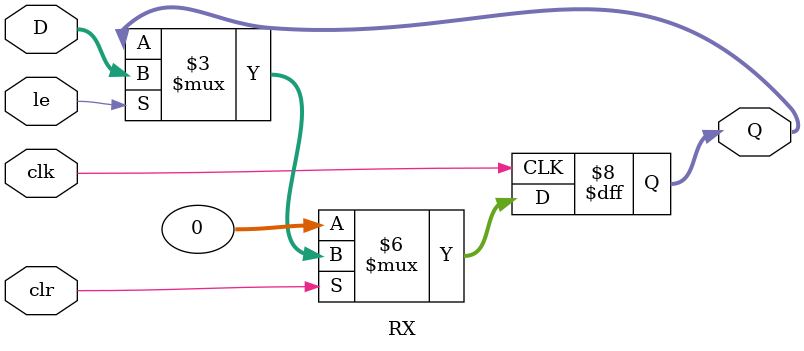
<source format=v>
module RX(D, Q, clk, clr, le);
	input [31:0] D;
	input clk, clr, le;
	output [31:0] Q;
	reg [31:0] Q;
	always @(posedge clk)
	begin
		if (clr == 0)
			Q <= 0;
		else if (le)
			Q <= D;
	end
endmodule

</source>
